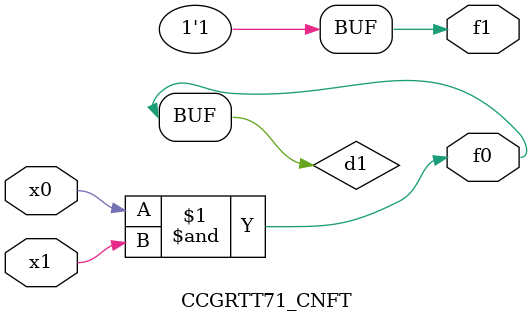
<source format=v>
module CCGRTT71_CNFT(
	input x0, x1,
	output f0, f1
);

	wire d1;

	assign f0 = d1;
	and (d1, x0, x1);
	assign f1 = 1'b1;
endmodule

</source>
